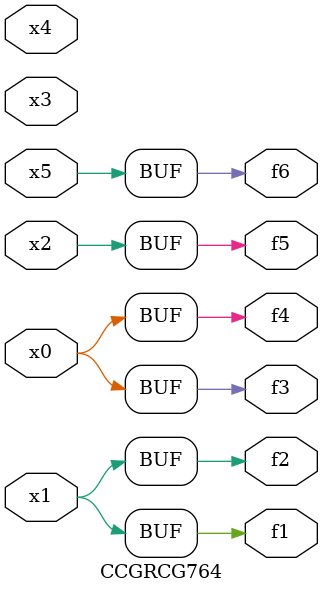
<source format=v>
module CCGRCG764(
	input x0, x1, x2, x3, x4, x5,
	output f1, f2, f3, f4, f5, f6
);
	assign f1 = x1;
	assign f2 = x1;
	assign f3 = x0;
	assign f4 = x0;
	assign f5 = x2;
	assign f6 = x5;
endmodule

</source>
